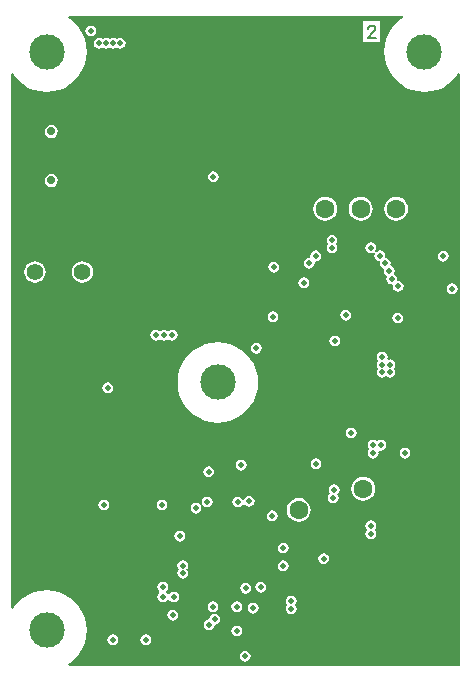
<source format=gbr>
%TF.GenerationSoftware,Altium Limited,Altium Designer,20.1.12 (249)*%
G04 Layer_Physical_Order=2*
G04 Layer_Color=36540*
%FSLAX45Y45*%
%MOMM*%
%TF.SameCoordinates,4EE8302A-A9A8-49E0-93C5-14594FCB678D*%
%TF.FilePolarity,Positive*%
%TF.FileFunction,Copper,L2,Inr,Signal*%
%TF.Part,Single*%
G01*
G75*
%TA.AperFunction,NonConductor*%
%ADD56C,0.20000*%
%TA.AperFunction,ComponentPad*%
%ADD65C,1.40000*%
%ADD66C,0.70000*%
%ADD67C,1.60000*%
%TA.AperFunction,WasherPad*%
%ADD68C,3.00000*%
%TA.AperFunction,ViaPad*%
%ADD69C,0.50000*%
G36*
X3367293Y5536798D02*
X3349535Y5525916D01*
X3308840Y5491159D01*
X3274084Y5450465D01*
X3246121Y5404834D01*
X3225641Y5355391D01*
X3213148Y5303352D01*
X3208949Y5250000D01*
X3213148Y5196648D01*
X3225641Y5144609D01*
X3246121Y5095166D01*
X3274084Y5049535D01*
X3308840Y5008840D01*
X3349535Y4974084D01*
X3395166Y4946121D01*
X3444609Y4925641D01*
X3496648Y4913148D01*
X3550000Y4908949D01*
X3603352Y4913148D01*
X3655391Y4925641D01*
X3704834Y4946121D01*
X3750465Y4974084D01*
X3791160Y5008840D01*
X3825916Y5049535D01*
X3836796Y5067289D01*
X3849019Y5063842D01*
X3849022Y50978D01*
X536154Y50979D01*
X532707Y63202D01*
X550465Y74084D01*
X591160Y108841D01*
X625916Y149535D01*
X653879Y195166D01*
X674359Y244609D01*
X686852Y296648D01*
X691051Y350000D01*
X686852Y403352D01*
X674359Y455391D01*
X653879Y504834D01*
X625916Y550465D01*
X591160Y591160D01*
X550465Y625916D01*
X504834Y653879D01*
X455391Y674359D01*
X403352Y686852D01*
X350000Y691051D01*
X296648Y686852D01*
X244609Y674359D01*
X195166Y653879D01*
X149535Y625916D01*
X108841Y591160D01*
X74084Y550465D01*
X63202Y532707D01*
X50978Y536154D01*
X50976Y5063850D01*
X63199Y5067297D01*
X74084Y5049535D01*
X108841Y5008840D01*
X149535Y4974084D01*
X195166Y4946121D01*
X244609Y4925641D01*
X296648Y4913148D01*
X350000Y4908949D01*
X403352Y4913148D01*
X455391Y4925641D01*
X504834Y4946121D01*
X550465Y4974084D01*
X591160Y5008840D01*
X625916Y5049535D01*
X653879Y5095166D01*
X674359Y5144609D01*
X686852Y5196648D01*
X691051Y5250000D01*
X686852Y5303352D01*
X674359Y5355391D01*
X653879Y5404834D01*
X625916Y5450465D01*
X591160Y5491159D01*
X550465Y5525916D01*
X532707Y5536798D01*
X536154Y5549022D01*
X3363846D01*
X3367293Y5536798D01*
D02*
G37*
%LPC*%
G36*
X725000Y5470882D02*
X707442Y5467389D01*
X692557Y5457443D01*
X682611Y5442558D01*
X679119Y5425000D01*
X682611Y5407442D01*
X692557Y5392557D01*
X707442Y5382611D01*
X725000Y5379119D01*
X742558Y5382611D01*
X757443Y5392557D01*
X767389Y5407442D01*
X770882Y5425000D01*
X767389Y5442558D01*
X757443Y5457443D01*
X742558Y5467389D01*
X725000Y5470882D01*
D02*
G37*
G36*
X975000Y5365882D02*
X957442Y5362389D01*
X945000Y5354076D01*
X932558Y5362389D01*
X915000Y5365882D01*
X897442Y5362389D01*
X885000Y5354076D01*
X872558Y5362389D01*
X855000Y5365882D01*
X837442Y5362389D01*
X825000Y5354076D01*
X812558Y5362389D01*
X795000Y5365882D01*
X777442Y5362389D01*
X762557Y5352443D01*
X752611Y5337558D01*
X749118Y5320000D01*
X752611Y5302442D01*
X762557Y5287557D01*
X777442Y5277611D01*
X795000Y5274118D01*
X812558Y5277611D01*
X825000Y5285924D01*
X837442Y5277611D01*
X855000Y5274118D01*
X872558Y5277611D01*
X885000Y5285924D01*
X897442Y5277611D01*
X915000Y5274118D01*
X932558Y5277611D01*
X945000Y5285924D01*
X957442Y5277611D01*
X975000Y5274118D01*
X992558Y5277611D01*
X1007443Y5287557D01*
X1017389Y5302442D01*
X1020882Y5320000D01*
X1017389Y5337558D01*
X1007443Y5352443D01*
X992558Y5362389D01*
X975000Y5365882D01*
D02*
G37*
G36*
X3176652Y5509978D02*
X3030000D01*
Y5330000D01*
X3176652D01*
Y5509978D01*
D02*
G37*
G36*
X390008Y4631081D02*
X368548Y4626812D01*
X350356Y4614657D01*
X338200Y4596464D01*
X333931Y4575004D01*
X338200Y4553544D01*
X350356Y4535351D01*
X368548Y4523195D01*
X390008Y4518926D01*
X411468Y4523195D01*
X429661Y4535351D01*
X441817Y4553544D01*
X446086Y4575004D01*
X441817Y4596464D01*
X429661Y4614657D01*
X411468Y4626812D01*
X390008Y4631081D01*
D02*
G37*
G36*
X1762500Y4238381D02*
X1744942Y4234889D01*
X1730057Y4224943D01*
X1720111Y4210058D01*
X1716619Y4192500D01*
X1720111Y4174942D01*
X1730057Y4160056D01*
X1744942Y4150111D01*
X1762500Y4146618D01*
X1780058Y4150111D01*
X1794943Y4160056D01*
X1804889Y4174942D01*
X1808382Y4192500D01*
X1804889Y4210058D01*
X1794943Y4224943D01*
X1780058Y4234889D01*
X1762500Y4238381D01*
D02*
G37*
G36*
X390008Y4216096D02*
X368548Y4211827D01*
X350356Y4199671D01*
X338200Y4181479D01*
X333931Y4160019D01*
X338200Y4138559D01*
X350356Y4120366D01*
X368548Y4108210D01*
X390008Y4103941D01*
X411468Y4108210D01*
X429661Y4120366D01*
X441817Y4138559D01*
X446086Y4160019D01*
X441817Y4181479D01*
X429661Y4199671D01*
X411468Y4211827D01*
X390008Y4216096D01*
D02*
G37*
G36*
X3310000Y4020863D02*
X3283895Y4017426D01*
X3259569Y4007350D01*
X3238679Y3991321D01*
X3222650Y3970431D01*
X3212574Y3946105D01*
X3209137Y3920000D01*
X3212574Y3893895D01*
X3222650Y3869569D01*
X3238679Y3848679D01*
X3259569Y3832650D01*
X3283895Y3822574D01*
X3310000Y3819137D01*
X3336105Y3822574D01*
X3360431Y3832650D01*
X3381321Y3848679D01*
X3397350Y3869569D01*
X3407426Y3893895D01*
X3410863Y3920000D01*
X3407426Y3946105D01*
X3397350Y3970431D01*
X3381321Y3991321D01*
X3360431Y4007350D01*
X3336105Y4017426D01*
X3310000Y4020863D01*
D02*
G37*
G36*
X3010000D02*
X2983895Y4017426D01*
X2959569Y4007350D01*
X2938679Y3991321D01*
X2922650Y3970431D01*
X2912574Y3946105D01*
X2909137Y3920000D01*
X2912574Y3893895D01*
X2922650Y3869569D01*
X2938679Y3848679D01*
X2959569Y3832650D01*
X2983895Y3822574D01*
X3010000Y3819137D01*
X3036105Y3822574D01*
X3060431Y3832650D01*
X3081321Y3848679D01*
X3097350Y3869569D01*
X3107426Y3893895D01*
X3110863Y3920000D01*
X3107426Y3946105D01*
X3097350Y3970431D01*
X3081321Y3991321D01*
X3060431Y4007350D01*
X3036105Y4017426D01*
X3010000Y4020863D01*
D02*
G37*
G36*
X2710000D02*
X2683895Y4017426D01*
X2659569Y4007350D01*
X2638679Y3991321D01*
X2622650Y3970431D01*
X2612574Y3946105D01*
X2609137Y3920000D01*
X2612574Y3893895D01*
X2622650Y3869569D01*
X2638679Y3848679D01*
X2659569Y3832650D01*
X2683895Y3822574D01*
X2710000Y3819137D01*
X2736105Y3822574D01*
X2760431Y3832650D01*
X2781321Y3848679D01*
X2797349Y3869569D01*
X2807426Y3893895D01*
X2810863Y3920000D01*
X2807426Y3946105D01*
X2797349Y3970431D01*
X2781321Y3991321D01*
X2760431Y4007350D01*
X2736105Y4017426D01*
X2710000Y4020863D01*
D02*
G37*
G36*
X2767500Y3698381D02*
X2749942Y3694889D01*
X2735057Y3684943D01*
X2725111Y3670058D01*
X2721618Y3652500D01*
X2725111Y3634942D01*
X2735057Y3620057D01*
Y3619943D01*
X2725111Y3605058D01*
X2721618Y3587500D01*
X2725111Y3569942D01*
X2735057Y3555057D01*
X2749942Y3545111D01*
X2767500Y3541618D01*
X2785058Y3545111D01*
X2799943Y3555057D01*
X2809889Y3569942D01*
X2813381Y3587500D01*
X2809889Y3605058D01*
X2799943Y3619943D01*
Y3620057D01*
X2809889Y3634942D01*
X2813381Y3652500D01*
X2809889Y3670058D01*
X2799943Y3684943D01*
X2785058Y3694889D01*
X2767500Y3698381D01*
D02*
G37*
G36*
X3710000Y3563381D02*
X3692442Y3559889D01*
X3677557Y3549943D01*
X3667611Y3535058D01*
X3664119Y3517500D01*
X3667611Y3499942D01*
X3677557Y3485057D01*
X3692442Y3475111D01*
X3710000Y3471618D01*
X3727558Y3475111D01*
X3742444Y3485057D01*
X3752389Y3499942D01*
X3755882Y3517500D01*
X3752389Y3535058D01*
X3742444Y3549943D01*
X3727558Y3559889D01*
X3710000Y3563381D01*
D02*
G37*
G36*
X2627500Y3568381D02*
X2609942Y3564889D01*
X2595057Y3554943D01*
X2585111Y3540058D01*
X2581618Y3522500D01*
X2583169Y3514705D01*
X2575000Y3503381D01*
X2557442Y3499889D01*
X2542557Y3489943D01*
X2532611Y3475058D01*
X2529118Y3457500D01*
X2532611Y3439942D01*
X2542557Y3425057D01*
X2557442Y3415111D01*
X2575000Y3411618D01*
X2592558Y3415111D01*
X2607443Y3425057D01*
X2617389Y3439942D01*
X2620881Y3457500D01*
X2619331Y3465294D01*
X2627500Y3476618D01*
X2645058Y3480111D01*
X2659943Y3490057D01*
X2669889Y3504942D01*
X2673381Y3522500D01*
X2669889Y3540058D01*
X2659943Y3554943D01*
X2645058Y3564889D01*
X2627500Y3568381D01*
D02*
G37*
G36*
X2272500Y3470881D02*
X2254942Y3467389D01*
X2240057Y3457443D01*
X2230111Y3442558D01*
X2226619Y3424999D01*
X2230111Y3407441D01*
X2240057Y3392556D01*
X2254942Y3382610D01*
X2272500Y3379118D01*
X2290058Y3382610D01*
X2304943Y3392556D01*
X2314889Y3407441D01*
X2318382Y3424999D01*
X2314889Y3442558D01*
X2304943Y3457443D01*
X2290058Y3467389D01*
X2272500Y3470881D01*
D02*
G37*
G36*
X652500Y3475776D02*
X629005Y3472683D01*
X607112Y3463615D01*
X588311Y3449189D01*
X573886Y3430388D01*
X564817Y3408495D01*
X561724Y3385000D01*
X564817Y3361505D01*
X573886Y3339612D01*
X588311Y3320811D01*
X607112Y3306386D01*
X629005Y3297317D01*
X652500Y3294224D01*
X675995Y3297317D01*
X697888Y3306386D01*
X716689Y3320811D01*
X731115Y3339612D01*
X740183Y3361505D01*
X743276Y3385000D01*
X740183Y3408495D01*
X731115Y3430388D01*
X716689Y3449189D01*
X697888Y3463615D01*
X675995Y3472683D01*
X652500Y3475776D01*
D02*
G37*
G36*
X252500D02*
X229005Y3472683D01*
X207112Y3463615D01*
X188311Y3449189D01*
X173885Y3430388D01*
X164817Y3408495D01*
X161724Y3385000D01*
X164817Y3361505D01*
X173885Y3339612D01*
X188311Y3320811D01*
X207112Y3306386D01*
X229005Y3297317D01*
X252500Y3294224D01*
X275995Y3297317D01*
X297888Y3306386D01*
X316688Y3320811D01*
X331114Y3339612D01*
X340183Y3361505D01*
X343276Y3385000D01*
X340183Y3408495D01*
X331114Y3430388D01*
X316688Y3449189D01*
X297888Y3463615D01*
X275995Y3472683D01*
X252500Y3475776D01*
D02*
G37*
G36*
X2527500Y3338381D02*
X2509942Y3334889D01*
X2495057Y3324943D01*
X2485111Y3310058D01*
X2481618Y3292500D01*
X2485111Y3274942D01*
X2495057Y3260057D01*
X2509942Y3250111D01*
X2527500Y3246618D01*
X2545058Y3250111D01*
X2559943Y3260057D01*
X2569889Y3274942D01*
X2573381Y3292500D01*
X2569889Y3310058D01*
X2559943Y3324943D01*
X2545058Y3334889D01*
X2527500Y3338381D01*
D02*
G37*
G36*
X3095000Y3635562D02*
X3077442Y3632070D01*
X3062557Y3622124D01*
X3052611Y3607239D01*
X3049118Y3589681D01*
X3052611Y3572123D01*
X3062557Y3557237D01*
X3077442Y3547292D01*
X3095000Y3543799D01*
X3112558Y3547292D01*
X3122801Y3554136D01*
X3127443Y3557237D01*
X3135965Y3548820D01*
X3133402Y3544984D01*
X3130111Y3540058D01*
X3126618Y3522500D01*
X3130111Y3504942D01*
X3140057Y3490057D01*
X3154942Y3480111D01*
X3163802Y3478349D01*
X3172535Y3475808D01*
X3173021Y3464552D01*
X3171618Y3457500D01*
X3175111Y3439942D01*
X3185057Y3425057D01*
X3199942Y3415111D01*
X3207894Y3400580D01*
X3206287Y3392500D01*
X3209779Y3374942D01*
X3219725Y3360057D01*
X3232970Y3351207D01*
X3228861Y3345058D01*
X3225369Y3327500D01*
X3228861Y3309942D01*
X3238807Y3295057D01*
X3253692Y3285111D01*
X3271250Y3281619D01*
X3272523Y3281872D01*
X3283323Y3271071D01*
X3281619Y3262500D01*
X3285111Y3244942D01*
X3295057Y3230057D01*
X3309942Y3220111D01*
X3327500Y3216618D01*
X3345058Y3220111D01*
X3359943Y3230057D01*
X3369889Y3244942D01*
X3373382Y3262500D01*
X3369889Y3280058D01*
X3359943Y3294943D01*
X3345058Y3304889D01*
X3327500Y3308381D01*
X3326228Y3308128D01*
X3315427Y3318929D01*
X3317132Y3327500D01*
X3313639Y3345058D01*
X3303693Y3359943D01*
X3290449Y3368793D01*
X3294558Y3374942D01*
X3298050Y3392500D01*
X3294558Y3410058D01*
X3284612Y3424943D01*
X3269727Y3434888D01*
X3261774Y3449420D01*
X3263382Y3457500D01*
X3259889Y3475058D01*
X3249943Y3489943D01*
X3235058Y3499889D01*
X3226198Y3501652D01*
X3217465Y3504193D01*
X3216979Y3515449D01*
X3218381Y3522500D01*
X3214889Y3540058D01*
X3204943Y3554943D01*
X3190058Y3564889D01*
X3172500Y3568382D01*
X3154942Y3564889D01*
X3144699Y3558045D01*
X3140057Y3554944D01*
X3131535Y3563360D01*
X3134098Y3567197D01*
X3137389Y3572123D01*
X3140881Y3589681D01*
X3137389Y3607239D01*
X3127443Y3622124D01*
X3112558Y3632070D01*
X3095000Y3635562D01*
D02*
G37*
G36*
X3785000Y3290881D02*
X3767442Y3287389D01*
X3752557Y3277443D01*
X3742611Y3262558D01*
X3739119Y3245000D01*
X3742611Y3227442D01*
X3752557Y3212557D01*
X3767442Y3202611D01*
X3785000Y3199118D01*
X3802558Y3202611D01*
X3817443Y3212557D01*
X3827389Y3227442D01*
X3830882Y3245000D01*
X3827389Y3262558D01*
X3817443Y3277443D01*
X3802558Y3287389D01*
X3785000Y3290881D01*
D02*
G37*
G36*
X2882500Y3065882D02*
X2864942Y3062390D01*
X2850057Y3052444D01*
X2840111Y3037559D01*
X2836619Y3020001D01*
X2840111Y3002443D01*
X2850057Y2987557D01*
X2864942Y2977612D01*
X2882500Y2974119D01*
X2900058Y2977612D01*
X2914944Y2987557D01*
X2924890Y3002443D01*
X2928382Y3020001D01*
X2924890Y3037559D01*
X2914944Y3052444D01*
X2900058Y3062390D01*
X2882500Y3065882D01*
D02*
G37*
G36*
X2267500Y3053382D02*
X2249942Y3049889D01*
X2235056Y3039943D01*
X2225111Y3025058D01*
X2221618Y3007500D01*
X2225111Y2989942D01*
X2235056Y2975057D01*
X2249942Y2965111D01*
X2267500Y2961619D01*
X2285058Y2965111D01*
X2299943Y2975057D01*
X2309889Y2989942D01*
X2313381Y3007500D01*
X2309889Y3025058D01*
X2299943Y3039943D01*
X2285058Y3049889D01*
X2267500Y3053382D01*
D02*
G37*
G36*
X3322500Y3040881D02*
X3304942Y3037389D01*
X3290057Y3027443D01*
X3280111Y3012558D01*
X3276619Y2995000D01*
X3280111Y2977442D01*
X3290057Y2962557D01*
X3304942Y2952611D01*
X3322500Y2949118D01*
X3340058Y2952611D01*
X3354944Y2962557D01*
X3364889Y2977442D01*
X3368382Y2995000D01*
X3364889Y3012558D01*
X3354944Y3027443D01*
X3340058Y3037389D01*
X3322500Y3040881D01*
D02*
G37*
G36*
X1415000Y2895881D02*
X1397442Y2892389D01*
X1389581Y2887136D01*
X1380000Y2883432D01*
X1370419Y2887136D01*
X1362558Y2892389D01*
X1345000Y2895881D01*
X1327442Y2892389D01*
X1319581Y2887136D01*
X1310000Y2883432D01*
X1300419Y2887136D01*
X1292558Y2892389D01*
X1275000Y2895881D01*
X1257442Y2892389D01*
X1242557Y2882443D01*
X1232611Y2867558D01*
X1229118Y2850000D01*
X1232611Y2832442D01*
X1242557Y2817557D01*
X1257442Y2807611D01*
X1275000Y2804118D01*
X1292558Y2807611D01*
X1300419Y2812863D01*
X1310000Y2816568D01*
X1319581Y2812863D01*
X1327442Y2807611D01*
X1345000Y2804118D01*
X1362558Y2807611D01*
X1370419Y2812863D01*
X1380000Y2816568D01*
X1389581Y2812863D01*
X1397442Y2807611D01*
X1415000Y2804118D01*
X1432558Y2807611D01*
X1447443Y2817557D01*
X1457389Y2832442D01*
X1460882Y2850000D01*
X1457389Y2867558D01*
X1447443Y2882443D01*
X1432558Y2892389D01*
X1415000Y2895881D01*
D02*
G37*
G36*
X2790000Y2845882D02*
X2772442Y2842389D01*
X2757557Y2832443D01*
X2747611Y2817558D01*
X2744118Y2800000D01*
X2747611Y2782442D01*
X2757557Y2767557D01*
X2772442Y2757611D01*
X2790000Y2754118D01*
X2807558Y2757611D01*
X2822443Y2767557D01*
X2832389Y2782442D01*
X2835881Y2800000D01*
X2832389Y2817558D01*
X2822443Y2832443D01*
X2807558Y2842389D01*
X2790000Y2845882D01*
D02*
G37*
G36*
X2127500Y2785882D02*
X2109942Y2782389D01*
X2095057Y2772443D01*
X2085111Y2757558D01*
X2081618Y2740000D01*
X2085111Y2722442D01*
X2095057Y2707557D01*
X2109942Y2697611D01*
X2127500Y2694119D01*
X2145058Y2697611D01*
X2159943Y2707557D01*
X2169889Y2722442D01*
X2173381Y2740000D01*
X2169889Y2757558D01*
X2159943Y2772443D01*
X2145058Y2782389D01*
X2127500Y2785882D01*
D02*
G37*
G36*
X3192500Y2710882D02*
X3174942Y2707389D01*
X3160057Y2697443D01*
X3150111Y2682558D01*
X3146619Y2665000D01*
X3150111Y2647442D01*
X3160057Y2632557D01*
Y2632443D01*
X3150111Y2617558D01*
X3146619Y2600000D01*
X3150111Y2582442D01*
X3160057Y2567557D01*
Y2567443D01*
X3150111Y2552558D01*
X3146619Y2535000D01*
X3150111Y2517442D01*
X3160057Y2502557D01*
X3174942Y2492611D01*
X3192500Y2489118D01*
X3210058Y2492611D01*
X3224943Y2502557D01*
X3225057D01*
X3239942Y2492611D01*
X3257500Y2489118D01*
X3275058Y2492611D01*
X3289943Y2502557D01*
X3299889Y2517442D01*
X3303382Y2535000D01*
X3299889Y2552558D01*
X3289943Y2567443D01*
Y2567557D01*
X3299889Y2582442D01*
X3303382Y2600000D01*
X3299889Y2617558D01*
X3289943Y2632443D01*
X3275058Y2642389D01*
X3257500Y2645882D01*
X3246495Y2643693D01*
X3236193Y2653996D01*
X3238382Y2665000D01*
X3234889Y2682558D01*
X3224943Y2697443D01*
X3210058Y2707389D01*
X3192500Y2710882D01*
D02*
G37*
G36*
X867500Y2450882D02*
X849942Y2447389D01*
X835057Y2437443D01*
X825111Y2422558D01*
X821618Y2405000D01*
X825111Y2387442D01*
X835057Y2372557D01*
X849942Y2362611D01*
X867500Y2359118D01*
X885058Y2362611D01*
X899943Y2372557D01*
X909889Y2387442D01*
X913381Y2405000D01*
X909889Y2422558D01*
X899943Y2437443D01*
X885058Y2447389D01*
X867500Y2450882D01*
D02*
G37*
G36*
X1800000Y2791051D02*
X1746648Y2786852D01*
X1694609Y2774359D01*
X1645166Y2753879D01*
X1599535Y2725916D01*
X1558840Y2691159D01*
X1524084Y2650465D01*
X1496121Y2604834D01*
X1475641Y2555391D01*
X1463148Y2503352D01*
X1458949Y2450000D01*
X1463148Y2396648D01*
X1475641Y2344609D01*
X1496121Y2295166D01*
X1524084Y2249535D01*
X1558840Y2208840D01*
X1599535Y2174084D01*
X1645166Y2146121D01*
X1694609Y2125641D01*
X1746648Y2113148D01*
X1800000Y2108949D01*
X1853352Y2113148D01*
X1905391Y2125641D01*
X1954834Y2146121D01*
X2000465Y2174084D01*
X2041159Y2208840D01*
X2075916Y2249535D01*
X2103879Y2295166D01*
X2124359Y2344609D01*
X2136852Y2396648D01*
X2141051Y2450000D01*
X2136852Y2503352D01*
X2124359Y2555391D01*
X2103879Y2604834D01*
X2075916Y2650465D01*
X2041159Y2691159D01*
X2000465Y2725916D01*
X1954834Y2753879D01*
X1905391Y2774359D01*
X1853352Y2786852D01*
X1800000Y2791051D01*
D02*
G37*
G36*
X2930000Y2067132D02*
X2912442Y2063639D01*
X2897557Y2053693D01*
X2887611Y2038808D01*
X2884119Y2021250D01*
X2887611Y2003692D01*
X2897557Y1988807D01*
X2912442Y1978861D01*
X2930000Y1975369D01*
X2947558Y1978861D01*
X2962443Y1988807D01*
X2972389Y2003692D01*
X2975882Y2021250D01*
X2972389Y2038808D01*
X2962443Y2053693D01*
X2947558Y2063639D01*
X2930000Y2067132D01*
D02*
G37*
G36*
X3180000Y1963382D02*
X3162442Y1959889D01*
X3147557Y1949943D01*
X3147443D01*
X3132558Y1959889D01*
X3115000Y1963382D01*
X3097442Y1959889D01*
X3082557Y1949943D01*
X3072611Y1935058D01*
X3069119Y1917500D01*
X3072611Y1899942D01*
X3082557Y1885057D01*
Y1882443D01*
X3072611Y1867558D01*
X3069119Y1850000D01*
X3072611Y1832442D01*
X3082557Y1817557D01*
X3097442Y1807611D01*
X3115000Y1804119D01*
X3132558Y1807611D01*
X3147443Y1817557D01*
X3157389Y1832442D01*
X3160882Y1850000D01*
X3158119Y1863888D01*
X3165605Y1872505D01*
X3168073Y1873991D01*
X3180000Y1871619D01*
X3197558Y1875111D01*
X3212443Y1885057D01*
X3222389Y1899942D01*
X3225882Y1917500D01*
X3222389Y1935058D01*
X3212443Y1949943D01*
X3197558Y1959889D01*
X3180000Y1963382D01*
D02*
G37*
G36*
X3385000Y1895882D02*
X3367442Y1892389D01*
X3352557Y1882443D01*
X3342611Y1867558D01*
X3339119Y1850000D01*
X3342611Y1832442D01*
X3352557Y1817557D01*
X3367442Y1807611D01*
X3385000Y1804119D01*
X3402558Y1807611D01*
X3417443Y1817557D01*
X3427389Y1832442D01*
X3430882Y1850000D01*
X3427389Y1867558D01*
X3417443Y1882443D01*
X3402558Y1892389D01*
X3385000Y1895882D01*
D02*
G37*
G36*
X2631193Y1807075D02*
X2613635Y1803582D01*
X2598750Y1793636D01*
X2588804Y1778751D01*
X2585312Y1761193D01*
X2588804Y1743635D01*
X2598750Y1728750D01*
X2613635Y1718804D01*
X2631193Y1715312D01*
X2648751Y1718804D01*
X2663636Y1728750D01*
X2673582Y1743635D01*
X2677075Y1761193D01*
X2673582Y1778751D01*
X2663636Y1793636D01*
X2648751Y1803582D01*
X2631193Y1807075D01*
D02*
G37*
G36*
X1997500Y1795882D02*
X1979942Y1792389D01*
X1965057Y1782443D01*
X1955111Y1767558D01*
X1951618Y1750000D01*
X1955111Y1732442D01*
X1965057Y1717557D01*
X1979942Y1707611D01*
X1997500Y1704119D01*
X2015058Y1707611D01*
X2029943Y1717557D01*
X2039889Y1732442D01*
X2043381Y1750000D01*
X2039889Y1767558D01*
X2029943Y1782443D01*
X2015058Y1792389D01*
X1997500Y1795882D01*
D02*
G37*
G36*
X1722500Y1740882D02*
X1704942Y1737389D01*
X1690057Y1727443D01*
X1680111Y1712558D01*
X1676619Y1695000D01*
X1680111Y1677442D01*
X1690057Y1662557D01*
X1704942Y1652611D01*
X1722500Y1649119D01*
X1740058Y1652611D01*
X1754943Y1662557D01*
X1764889Y1677442D01*
X1768382Y1695000D01*
X1764889Y1712558D01*
X1754943Y1727443D01*
X1740058Y1737389D01*
X1722500Y1740882D01*
D02*
G37*
G36*
X2066214Y1487732D02*
X2048656Y1484239D01*
X2033770Y1474293D01*
X2023825Y1459408D01*
X2023003Y1455278D01*
X2011054Y1454831D01*
X2010002Y1455018D01*
X2000204Y1469683D01*
X1985319Y1479628D01*
X1967761Y1483121D01*
X1950203Y1479628D01*
X1935317Y1469683D01*
X1925372Y1454797D01*
X1921879Y1437239D01*
X1925372Y1419681D01*
X1935317Y1404796D01*
X1950203Y1394850D01*
X1967761Y1391358D01*
X1985319Y1394850D01*
X2000204Y1404796D01*
X2010150Y1419681D01*
X2010971Y1423812D01*
X2022920Y1424258D01*
X2023972Y1424072D01*
X2033770Y1409407D01*
X2048656Y1399461D01*
X2066214Y1395969D01*
X2083772Y1399461D01*
X2098657Y1409407D01*
X2108603Y1424292D01*
X2112095Y1441850D01*
X2108603Y1459408D01*
X2098657Y1474293D01*
X2083772Y1484239D01*
X2066214Y1487732D01*
D02*
G37*
G36*
X3032500Y1650863D02*
X3006395Y1647426D01*
X2982068Y1637350D01*
X2961179Y1621321D01*
X2945150Y1600431D01*
X2935074Y1576105D01*
X2931637Y1550000D01*
X2935074Y1523895D01*
X2945150Y1499569D01*
X2961179Y1478679D01*
X2982068Y1462650D01*
X3006395Y1452574D01*
X3032500Y1449137D01*
X3058605Y1452574D01*
X3082931Y1462650D01*
X3103821Y1478679D01*
X3119849Y1499569D01*
X3129926Y1523895D01*
X3133363Y1550000D01*
X3129926Y1576105D01*
X3119849Y1600431D01*
X3103821Y1621321D01*
X3082931Y1637350D01*
X3058605Y1647426D01*
X3032500Y1650863D01*
D02*
G37*
G36*
X2785136Y1585957D02*
X2767578Y1582464D01*
X2752693Y1572518D01*
X2742747Y1557633D01*
X2739254Y1540075D01*
X2742747Y1522517D01*
X2750423Y1511029D01*
X2745057Y1507443D01*
X2735111Y1492558D01*
X2731618Y1475000D01*
X2735111Y1457442D01*
X2745057Y1442557D01*
X2759942Y1432611D01*
X2777500Y1429119D01*
X2795058Y1432611D01*
X2809943Y1442557D01*
X2819889Y1457442D01*
X2823381Y1475000D01*
X2819889Y1492558D01*
X2812213Y1504046D01*
X2817579Y1507632D01*
X2827525Y1522517D01*
X2831017Y1540075D01*
X2827525Y1557633D01*
X2817579Y1572518D01*
X2802694Y1582464D01*
X2785136Y1585957D01*
D02*
G37*
G36*
X1710000Y1483966D02*
X1692442Y1480473D01*
X1677557Y1470527D01*
X1667611Y1455642D01*
X1664118Y1438084D01*
X1667611Y1420526D01*
X1677557Y1405641D01*
X1692442Y1395695D01*
X1710000Y1392203D01*
X1727558Y1395695D01*
X1742443Y1405641D01*
X1752389Y1420526D01*
X1755881Y1438084D01*
X1752389Y1455642D01*
X1742443Y1470527D01*
X1727558Y1480473D01*
X1710000Y1483966D01*
D02*
G37*
G36*
X1327500Y1458382D02*
X1309942Y1454889D01*
X1295057Y1444943D01*
X1285111Y1430058D01*
X1281619Y1412500D01*
X1285111Y1394942D01*
X1295057Y1380057D01*
X1309942Y1370111D01*
X1327500Y1366619D01*
X1345058Y1370111D01*
X1359943Y1380057D01*
X1369889Y1394942D01*
X1373382Y1412500D01*
X1369889Y1430058D01*
X1359943Y1444943D01*
X1345058Y1454889D01*
X1327500Y1458382D01*
D02*
G37*
G36*
X835000D02*
X817442Y1454889D01*
X802557Y1444943D01*
X792611Y1430058D01*
X789119Y1412500D01*
X792611Y1394942D01*
X802557Y1380057D01*
X817442Y1370111D01*
X835000Y1366619D01*
X852558Y1370111D01*
X867443Y1380057D01*
X877389Y1394942D01*
X880882Y1412500D01*
X877389Y1430058D01*
X867443Y1444943D01*
X852558Y1454889D01*
X835000Y1458382D01*
D02*
G37*
G36*
X1615000Y1430401D02*
X1597442Y1426908D01*
X1582557Y1416962D01*
X1572611Y1402077D01*
X1569119Y1384519D01*
X1572611Y1366961D01*
X1582557Y1352076D01*
X1597442Y1342130D01*
X1615000Y1338638D01*
X1632558Y1342130D01*
X1647443Y1352076D01*
X1657389Y1366961D01*
X1660882Y1384519D01*
X1657389Y1402077D01*
X1647443Y1416962D01*
X1632558Y1426908D01*
X1615000Y1430401D01*
D02*
G37*
G36*
X2262500Y1365881D02*
X2244942Y1362389D01*
X2230057Y1352443D01*
X2220111Y1337558D01*
X2216618Y1320000D01*
X2220111Y1302442D01*
X2230057Y1287557D01*
X2244942Y1277611D01*
X2262500Y1274118D01*
X2280058Y1277611D01*
X2294943Y1287557D01*
X2304889Y1302442D01*
X2308381Y1320000D01*
X2304889Y1337558D01*
X2294943Y1352443D01*
X2280058Y1362389D01*
X2262500Y1365881D01*
D02*
G37*
G36*
X2485000Y1470863D02*
X2458895Y1467426D01*
X2434569Y1457350D01*
X2413679Y1441321D01*
X2397651Y1420431D01*
X2387574Y1396105D01*
X2384137Y1370000D01*
X2387574Y1343895D01*
X2397651Y1319569D01*
X2413679Y1298679D01*
X2434569Y1282650D01*
X2458895Y1272574D01*
X2485000Y1269137D01*
X2511105Y1272574D01*
X2535431Y1282650D01*
X2556321Y1298679D01*
X2572350Y1319569D01*
X2582426Y1343895D01*
X2585863Y1370000D01*
X2582426Y1396105D01*
X2572350Y1420431D01*
X2556321Y1441321D01*
X2535431Y1457350D01*
X2511105Y1467426D01*
X2485000Y1470863D01*
D02*
G37*
G36*
X3095000Y1280882D02*
X3077442Y1277389D01*
X3062557Y1267443D01*
X3052611Y1252558D01*
X3049118Y1235000D01*
X3052611Y1217442D01*
X3062557Y1202557D01*
Y1202443D01*
X3052611Y1187558D01*
X3049118Y1170000D01*
X3052611Y1152442D01*
X3062557Y1137557D01*
X3077442Y1127611D01*
X3095000Y1124119D01*
X3112558Y1127611D01*
X3127443Y1137557D01*
X3137389Y1152442D01*
X3140881Y1170000D01*
X3137389Y1187558D01*
X3127443Y1202443D01*
Y1202557D01*
X3137389Y1217442D01*
X3140881Y1235000D01*
X3137389Y1252558D01*
X3127443Y1267443D01*
X3112558Y1277389D01*
X3095000Y1280882D01*
D02*
G37*
G36*
X1477825Y1193382D02*
X1460267Y1189889D01*
X1445382Y1179943D01*
X1435436Y1165058D01*
X1431943Y1147500D01*
X1435436Y1129942D01*
X1445382Y1115057D01*
X1460267Y1105111D01*
X1477825Y1101619D01*
X1495383Y1105111D01*
X1510268Y1115057D01*
X1520214Y1129942D01*
X1523706Y1147500D01*
X1520214Y1165058D01*
X1510268Y1179943D01*
X1495383Y1189889D01*
X1477825Y1193382D01*
D02*
G37*
G36*
X2355000Y1093382D02*
X2337442Y1089889D01*
X2322557Y1079943D01*
X2312611Y1065058D01*
X2309119Y1047500D01*
X2312611Y1029942D01*
X2322557Y1015057D01*
X2337442Y1005111D01*
X2355000Y1001619D01*
X2372558Y1005111D01*
X2387444Y1015057D01*
X2397389Y1029942D01*
X2400882Y1047500D01*
X2397389Y1065058D01*
X2387444Y1079943D01*
X2372558Y1089889D01*
X2355000Y1093382D01*
D02*
G37*
G36*
X2696146Y1004736D02*
X2678588Y1001243D01*
X2663703Y991297D01*
X2653757Y976412D01*
X2650264Y958854D01*
X2653757Y941296D01*
X2663703Y926411D01*
X2678588Y916465D01*
X2696146Y912973D01*
X2713704Y916465D01*
X2728589Y926411D01*
X2738535Y941296D01*
X2742028Y958854D01*
X2738535Y976412D01*
X2728589Y991297D01*
X2713704Y1001243D01*
X2696146Y1004736D01*
D02*
G37*
G36*
X2355000Y943382D02*
X2337442Y939889D01*
X2322557Y929943D01*
X2312611Y915058D01*
X2309119Y897500D01*
X2312611Y879942D01*
X2322557Y865057D01*
X2337442Y855111D01*
X2355000Y851619D01*
X2372558Y855111D01*
X2387443Y865057D01*
X2397389Y879942D01*
X2400882Y897500D01*
X2397389Y915058D01*
X2387443Y929943D01*
X2372558Y939889D01*
X2355000Y943382D01*
D02*
G37*
G36*
X1502677Y945316D02*
X1485119Y941823D01*
X1470234Y931877D01*
X1460288Y916992D01*
X1456795Y899434D01*
X1460288Y881876D01*
X1470218Y867015D01*
X1470013Y866878D01*
X1460067Y851993D01*
X1456574Y834435D01*
X1460067Y816877D01*
X1470013Y801992D01*
X1484898Y792046D01*
X1502456Y788553D01*
X1520014Y792046D01*
X1534899Y801992D01*
X1544845Y816877D01*
X1548337Y834435D01*
X1544845Y851993D01*
X1534915Y866854D01*
X1535120Y866991D01*
X1545066Y881876D01*
X1548558Y899434D01*
X1545066Y916992D01*
X1535120Y931877D01*
X1520235Y941823D01*
X1502677Y945316D01*
D02*
G37*
G36*
X2162500Y760882D02*
X2144942Y757389D01*
X2130057Y747443D01*
X2120111Y732558D01*
X2116619Y715000D01*
X2120111Y697442D01*
X2130057Y682557D01*
X2144942Y672611D01*
X2162500Y669119D01*
X2180058Y672611D01*
X2194943Y682557D01*
X2204889Y697442D01*
X2208382Y715000D01*
X2204889Y732558D01*
X2194943Y747443D01*
X2180058Y757389D01*
X2162500Y760882D01*
D02*
G37*
G36*
X2035000Y753382D02*
X2017442Y749889D01*
X2002557Y739943D01*
X1992611Y725058D01*
X1989118Y707500D01*
X1992611Y689942D01*
X2002557Y675057D01*
X2017442Y665111D01*
X2035000Y661619D01*
X2052558Y665111D01*
X2067443Y675057D01*
X2077389Y689942D01*
X2080882Y707500D01*
X2077389Y725058D01*
X2067443Y739943D01*
X2052558Y749889D01*
X2035000Y753382D01*
D02*
G37*
G36*
X1335000Y760882D02*
X1317442Y757389D01*
X1302557Y747443D01*
X1292611Y732558D01*
X1289119Y715000D01*
X1292611Y697442D01*
X1302557Y682557D01*
X1304363Y681350D01*
Y668650D01*
X1302557Y667443D01*
X1292611Y652558D01*
X1289119Y635000D01*
X1292611Y617442D01*
X1302557Y602557D01*
X1317442Y592611D01*
X1335000Y589118D01*
X1352558Y592611D01*
X1367443Y602557D01*
X1373359Y611411D01*
X1374883Y611869D01*
X1387996Y610625D01*
X1395057Y600057D01*
X1409942Y590111D01*
X1427500Y586619D01*
X1445058Y590111D01*
X1459943Y600057D01*
X1469889Y614942D01*
X1473382Y632500D01*
X1469889Y650058D01*
X1459943Y664944D01*
X1445058Y674889D01*
X1427500Y678382D01*
X1409942Y674889D01*
X1395057Y664944D01*
X1389141Y656090D01*
X1387617Y655632D01*
X1374504Y656876D01*
X1367443Y667443D01*
X1365637Y668650D01*
Y681350D01*
X1367443Y682557D01*
X1377389Y697442D01*
X1380882Y715000D01*
X1377389Y732558D01*
X1367443Y747443D01*
X1352558Y757389D01*
X1335000Y760882D01*
D02*
G37*
G36*
X1760000Y598382D02*
X1742442Y594889D01*
X1727557Y584943D01*
X1717611Y570058D01*
X1714119Y552500D01*
X1717611Y534942D01*
X1727557Y520057D01*
X1742442Y510111D01*
X1760000Y506619D01*
X1777558Y510111D01*
X1792443Y520057D01*
X1802389Y534942D01*
X1805882Y552500D01*
X1802389Y570058D01*
X1792443Y584943D01*
X1777558Y594889D01*
X1760000Y598382D01*
D02*
G37*
G36*
X1960000Y598382D02*
X1942442Y594889D01*
X1927557Y584943D01*
X1917611Y570058D01*
X1914119Y552500D01*
X1917611Y534942D01*
X1927557Y520057D01*
X1942442Y510111D01*
X1960000Y506618D01*
X1977558Y510111D01*
X1992444Y520057D01*
X2002389Y534942D01*
X2005882Y552500D01*
X2002389Y570058D01*
X1992444Y584943D01*
X1977558Y594889D01*
X1960000Y598382D01*
D02*
G37*
G36*
X2100000Y583382D02*
X2082442Y579889D01*
X2067557Y569943D01*
X2057611Y555058D01*
X2054119Y537500D01*
X2057611Y519942D01*
X2067557Y505057D01*
X2082442Y495111D01*
X2100000Y491619D01*
X2117558Y495111D01*
X2132443Y505057D01*
X2142389Y519942D01*
X2145882Y537500D01*
X2142389Y555058D01*
X2132443Y569943D01*
X2117558Y579889D01*
X2100000Y583382D01*
D02*
G37*
G36*
X2422500Y643381D02*
X2404942Y639889D01*
X2390057Y629943D01*
X2380111Y615058D01*
X2376619Y597500D01*
X2380111Y579942D01*
X2390057Y565057D01*
Y564943D01*
X2380111Y550058D01*
X2376619Y532500D01*
X2380111Y514942D01*
X2390057Y500057D01*
X2404942Y490111D01*
X2422500Y486619D01*
X2440058Y490111D01*
X2454944Y500057D01*
X2464889Y514942D01*
X2468382Y532500D01*
X2464889Y550058D01*
X2454944Y564943D01*
Y565057D01*
X2464889Y579942D01*
X2468382Y597500D01*
X2464889Y615058D01*
X2454944Y629943D01*
X2440058Y639889D01*
X2422500Y643381D01*
D02*
G37*
G36*
X1417500Y525882D02*
X1399942Y522389D01*
X1385057Y512443D01*
X1375111Y497558D01*
X1371618Y480000D01*
X1375111Y462442D01*
X1385057Y447557D01*
X1399942Y437611D01*
X1417500Y434119D01*
X1435058Y437611D01*
X1449943Y447557D01*
X1459889Y462442D01*
X1463381Y480000D01*
X1459889Y497558D01*
X1449943Y512443D01*
X1435058Y522389D01*
X1417500Y525882D01*
D02*
G37*
G36*
X1772441Y490467D02*
X1754883Y486975D01*
X1739998Y477029D01*
X1730052Y462144D01*
X1726559Y444586D01*
X1726825Y443250D01*
X1710026Y439908D01*
X1695141Y429963D01*
X1685195Y415077D01*
X1681703Y397519D01*
X1685195Y379961D01*
X1695141Y365076D01*
X1710026Y355130D01*
X1727584Y351638D01*
X1745142Y355130D01*
X1760027Y365076D01*
X1769973Y379961D01*
X1773466Y397519D01*
X1773200Y398855D01*
X1789999Y402197D01*
X1804884Y412143D01*
X1814830Y427028D01*
X1818323Y444586D01*
X1814830Y462144D01*
X1804884Y477029D01*
X1789999Y486975D01*
X1772441Y490467D01*
D02*
G37*
G36*
X1960000Y390882D02*
X1942442Y387389D01*
X1927557Y377443D01*
X1917611Y362558D01*
X1914118Y345000D01*
X1917611Y327442D01*
X1927557Y312557D01*
X1942442Y302611D01*
X1960000Y299119D01*
X1977558Y302611D01*
X1992443Y312557D01*
X2002389Y327442D01*
X2005881Y345000D01*
X2002389Y362558D01*
X1992443Y377443D01*
X1977558Y387389D01*
X1960000Y390882D01*
D02*
G37*
G36*
X910000Y315882D02*
X892442Y312389D01*
X877557Y302443D01*
X867611Y287558D01*
X864118Y270000D01*
X867611Y252442D01*
X877557Y237557D01*
X892442Y227611D01*
X910000Y224118D01*
X927558Y227611D01*
X942443Y237557D01*
X952389Y252442D01*
X955881Y270000D01*
X952389Y287558D01*
X942443Y302443D01*
X927558Y312389D01*
X910000Y315882D01*
D02*
G37*
G36*
X1190000Y315881D02*
X1172442Y312389D01*
X1157556Y302443D01*
X1147611Y287558D01*
X1144118Y270000D01*
X1147611Y252442D01*
X1157556Y237557D01*
X1172442Y227611D01*
X1190000Y224118D01*
X1207558Y227611D01*
X1222443Y237557D01*
X1232389Y252442D01*
X1235881Y270000D01*
X1232389Y287558D01*
X1222443Y302443D01*
X1207558Y312389D01*
X1190000Y315881D01*
D02*
G37*
G36*
X2032500Y175881D02*
X2014942Y172389D01*
X2000057Y162443D01*
X1990111Y147558D01*
X1986619Y130000D01*
X1990111Y112442D01*
X2000057Y97557D01*
X2014942Y87611D01*
X2032500Y84118D01*
X2050058Y87611D01*
X2064944Y97557D01*
X2074889Y112442D01*
X2078382Y130000D01*
X2074889Y147558D01*
X2064944Y162443D01*
X2050058Y172389D01*
X2032500Y175881D01*
D02*
G37*
%LPD*%
D56*
X3074761Y5446174D02*
Y5450935D01*
X3079522Y5460456D01*
X3084283Y5465217D01*
X3093804Y5469978D01*
X3112848D01*
X3122370Y5465217D01*
X3127131Y5460456D01*
X3131891Y5450935D01*
Y5441413D01*
X3127131Y5431891D01*
X3117609Y5417609D01*
X3070000Y5370000D01*
X3136652D01*
D65*
X652500Y3385000D02*
D03*
X252500D02*
D03*
D66*
X390008Y4160019D02*
D03*
Y4575004D02*
D03*
D67*
X3310000Y3920000D02*
D03*
X3010000D02*
D03*
X2710000D02*
D03*
X3610000D02*
D03*
X3032500Y1550000D02*
D03*
X2485000Y1370000D02*
D03*
D68*
X3550000Y5250000D02*
D03*
X350000D02*
D03*
X1800000Y2450000D02*
D03*
X350000Y350000D02*
D03*
D69*
X867500Y2405000D02*
D03*
X835000Y1412500D02*
D03*
X2357500Y502500D02*
D03*
Y625000D02*
D03*
X1722500Y1695000D02*
D03*
X2422500Y532500D02*
D03*
Y597500D02*
D03*
X3095000Y1235000D02*
D03*
Y1170000D02*
D03*
X1866500Y792500D02*
D03*
Y904000D02*
D03*
Y1041000D02*
D03*
Y1152500D02*
D03*
X2003500Y792500D02*
D03*
Y904000D02*
D03*
Y1041000D02*
D03*
Y1152500D02*
D03*
X1755000Y904000D02*
D03*
Y1041000D02*
D03*
X2115000Y904000D02*
D03*
Y1041000D02*
D03*
X1920000Y4732500D02*
D03*
X1970000Y4682500D02*
D03*
X1870000Y4682499D02*
D03*
X1870000Y4782499D02*
D03*
X1970000Y4782500D02*
D03*
X2075000Y4372500D02*
D03*
Y4440000D02*
D03*
Y4507500D02*
D03*
Y4575000D02*
D03*
X2777500Y1475000D02*
D03*
X1765001Y5397499D02*
D03*
X152500Y2555000D02*
D03*
X655000Y2935000D02*
D03*
X402500D02*
D03*
X827500Y2787500D02*
D03*
X1000000Y2935000D02*
D03*
X1275000Y2850000D02*
D03*
X627500Y2555000D02*
D03*
X457500Y1675000D02*
D03*
X462500Y2720000D02*
D03*
X330000Y900000D02*
D03*
X332500Y1897500D02*
D03*
X2272500Y3424999D02*
D03*
X2930000Y2021250D02*
D03*
X627500Y1807500D02*
D03*
X152500D02*
D03*
X762500Y1990000D02*
D03*
Y995000D02*
D03*
X627500Y807500D02*
D03*
X152500D02*
D03*
X627500Y1555000D02*
D03*
X152500Y1555000D02*
D03*
X1415000Y2850000D02*
D03*
X1345000D02*
D03*
X3252169Y3392500D02*
D03*
X3271250Y3327500D02*
D03*
X3327500Y3262500D02*
D03*
X3042500Y3100000D02*
D03*
X3217500Y3457500D02*
D03*
X3172500Y3522500D02*
D03*
X3095000Y3589681D02*
D03*
X2790000Y2710000D02*
D03*
X2631193Y1761193D02*
D03*
X2785136Y1540075D02*
D03*
X2152500Y1515000D02*
D03*
X2882500Y3020001D02*
D03*
X2527500Y3292500D02*
D03*
X2575000Y3457500D02*
D03*
X2767500Y3652500D02*
D03*
Y3587500D02*
D03*
X2627500Y3522500D02*
D03*
X3192500Y2665000D02*
D03*
X3257500Y2600000D02*
D03*
X3322500Y2995000D02*
D03*
X3562500D02*
D03*
X2162500Y715000D02*
D03*
X2100000Y537500D02*
D03*
X2035000Y707500D02*
D03*
X2790000Y2800000D02*
D03*
X1335000Y715000D02*
D03*
X2696146Y958854D02*
D03*
X2695000Y1050000D02*
D03*
X2262500Y1320000D02*
D03*
X3582500Y3652500D02*
D03*
X3785000Y3245000D02*
D03*
X3785000Y3345000D02*
D03*
X3710000Y3517500D02*
D03*
X3710000Y3075000D02*
D03*
X2892500Y1850000D02*
D03*
X3257500Y2535000D02*
D03*
X3192500Y2600000D02*
D03*
Y2535000D02*
D03*
X3385000Y450000D02*
D03*
Y750000D02*
D03*
X3115000Y450000D02*
D03*
X3385000Y1050000D02*
D03*
X3115000Y750000D02*
D03*
X2282500Y350000D02*
D03*
X2032500Y130000D02*
D03*
X1727584Y397519D02*
D03*
X1732500Y142500D02*
D03*
X1772441Y444586D02*
D03*
X1760000Y552500D02*
D03*
X1615000Y1384519D02*
D03*
X1997500Y1750000D02*
D03*
X1715000Y1605000D02*
D03*
X2267500Y3007500D02*
D03*
X2202500Y2585000D02*
D03*
X2127500Y2740000D02*
D03*
X1190000Y270000D02*
D03*
X1017500Y805000D02*
D03*
X897500Y562500D02*
D03*
X910000Y270000D02*
D03*
X1205000Y382500D02*
D03*
X1552500Y487500D02*
D03*
X1335000Y635000D02*
D03*
X1427500Y632500D02*
D03*
X3089999Y2097501D02*
D03*
X3180000Y1917500D02*
D03*
X3115000Y1850000D02*
D03*
Y1917500D02*
D03*
X3385000Y1850000D02*
D03*
X1502456Y834435D02*
D03*
X1502677Y899434D02*
D03*
X2010000Y390000D02*
D03*
X1960000Y345000D02*
D03*
X1327500Y480000D02*
D03*
X1477825Y1147500D02*
D03*
X1305000Y857500D02*
D03*
X1685000Y715000D02*
D03*
X1467500Y1645000D02*
D03*
X1327500Y1412500D02*
D03*
X2066214Y1441850D02*
D03*
X1967761Y1437239D02*
D03*
X3385000Y1350000D02*
D03*
X3115000D02*
D03*
Y1050000D02*
D03*
X1940000Y2997500D02*
D03*
Y2932500D02*
D03*
Y3062500D02*
D03*
X1955000Y3735000D02*
D03*
Y3670000D02*
D03*
Y3605000D02*
D03*
Y3540000D02*
D03*
X2355000Y1047500D02*
D03*
X2355000Y897500D02*
D03*
X1710000Y1438084D02*
D03*
X1960000Y552500D02*
D03*
X1814000Y5027499D02*
D03*
X1765001Y5257500D02*
D03*
X960000Y4157500D02*
D03*
Y4082500D02*
D03*
Y4232500D02*
D03*
X1127500Y3495000D02*
D03*
Y3320000D02*
D03*
X1127500Y3405000D02*
D03*
X402500Y3715000D02*
D03*
X1417500Y480000D02*
D03*
X795000Y5320000D02*
D03*
X725000Y5425000D02*
D03*
X975000Y5320000D02*
D03*
X915000D02*
D03*
X855000D02*
D03*
X3177500Y2335001D02*
D03*
X3022500Y2327501D02*
D03*
X1385000Y4287500D02*
D03*
X1640000Y4334999D02*
D03*
X1762500Y4192500D02*
D03*
X1740000Y5104999D02*
D03*
X1590000Y4810000D02*
D03*
%TF.MD5,0f96d2e8174488ed96b3578e7612d98a*%
M02*

</source>
